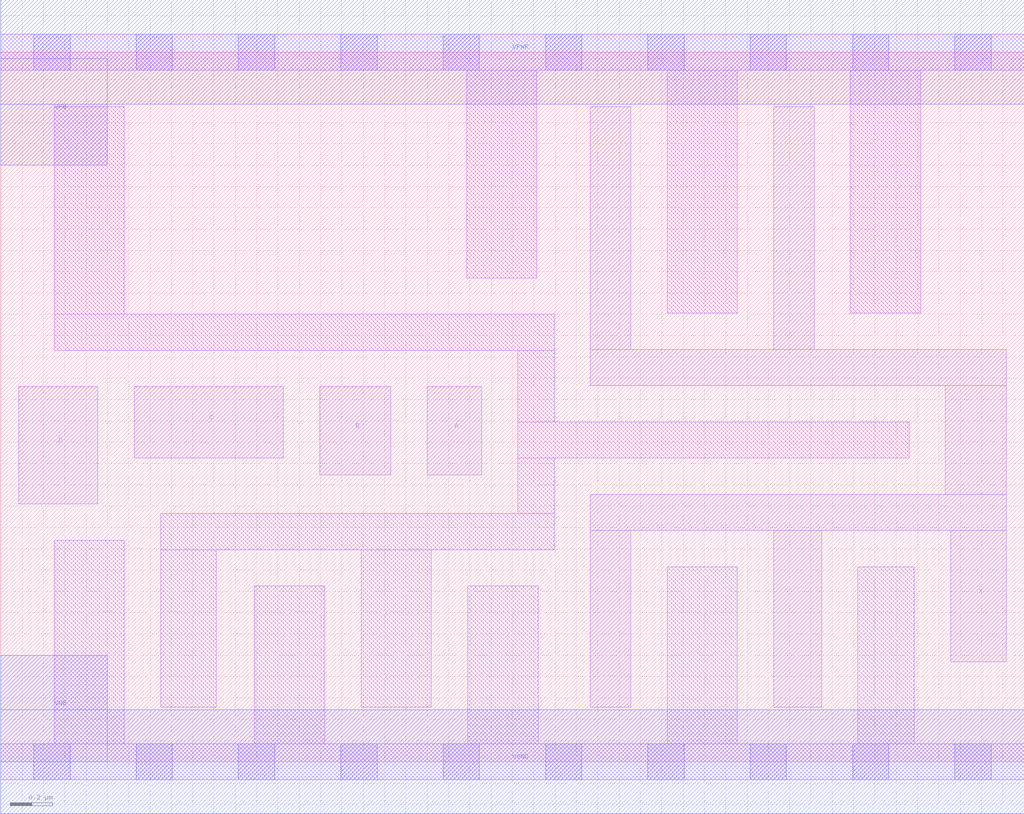
<source format=lef>
# Copyright 2020 The SkyWater PDK Authors
#
# Licensed under the Apache License, Version 2.0 (the "License");
# you may not use this file except in compliance with the License.
# You may obtain a copy of the License at
#
#     https://www.apache.org/licenses/LICENSE-2.0
#
# Unless required by applicable law or agreed to in writing, software
# distributed under the License is distributed on an "AS IS" BASIS,
# WITHOUT WARRANTIES OR CONDITIONS OF ANY KIND, either express or implied.
# See the License for the specific language governing permissions and
# limitations under the License.
#
# SPDX-License-Identifier: Apache-2.0

VERSION 5.5 ;
NAMESCASESENSITIVE ON ;
BUSBITCHARS "[]" ;
DIVIDERCHAR "/" ;
MACRO sky130_fd_sc_lp__or4_4
  CLASS CORE ;
  SOURCE USER ;
  ORIGIN  0.000000  0.000000 ;
  SIZE  4.800000 BY  3.330000 ;
  SYMMETRY X Y R90 ;
  SITE unit ;
  PIN A
    ANTENNAGATEAREA  0.315000 ;
    DIRECTION INPUT ;
    USE SIGNAL ;
    PORT
      LAYER li1 ;
        RECT 2.000000 1.345000 2.255000 1.760000 ;
    END
  END A
  PIN B
    ANTENNAGATEAREA  0.315000 ;
    DIRECTION INPUT ;
    USE SIGNAL ;
    PORT
      LAYER li1 ;
        RECT 1.495000 1.345000 1.830000 1.760000 ;
    END
  END B
  PIN C
    ANTENNAGATEAREA  0.315000 ;
    DIRECTION INPUT ;
    USE SIGNAL ;
    PORT
      LAYER li1 ;
        RECT 0.625000 1.425000 1.325000 1.760000 ;
    END
  END C
  PIN D
    ANTENNAGATEAREA  0.315000 ;
    DIRECTION INPUT ;
    USE SIGNAL ;
    PORT
      LAYER li1 ;
        RECT 0.085000 1.210000 0.455000 1.760000 ;
    END
  END D
  PIN X
    ANTENNADIFFAREA  1.176000 ;
    DIRECTION OUTPUT ;
    USE SIGNAL ;
    PORT
      LAYER li1 ;
        RECT 2.765000 0.255000 2.955000 1.085000 ;
        RECT 2.765000 1.085000 4.715000 1.255000 ;
        RECT 2.765000 1.765000 4.715000 1.935000 ;
        RECT 2.765000 1.935000 2.955000 3.075000 ;
        RECT 3.625000 0.255000 3.850000 1.085000 ;
        RECT 3.625000 1.935000 3.815000 3.075000 ;
        RECT 4.430000 1.255000 4.715000 1.765000 ;
        RECT 4.455000 0.470000 4.715000 1.085000 ;
    END
  END X
  PIN VGND
    DIRECTION INOUT ;
    USE GROUND ;
    PORT
      LAYER met1 ;
        RECT 0.000000 -0.245000 4.800000 0.245000 ;
    END
  END VGND
  PIN VNB
    DIRECTION INOUT ;
    USE GROUND ;
    PORT
      LAYER met1 ;
        RECT 0.000000 0.000000 0.500000 0.500000 ;
    END
  END VNB
  PIN VPB
    DIRECTION INOUT ;
    USE POWER ;
    PORT
      LAYER met1 ;
        RECT 0.000000 2.800000 0.500000 3.300000 ;
    END
  END VPB
  PIN VPWR
    DIRECTION INOUT ;
    USE POWER ;
    PORT
      LAYER met1 ;
        RECT 0.000000 3.085000 4.800000 3.575000 ;
    END
  END VPWR
  OBS
    LAYER li1 ;
      RECT 0.000000 -0.085000 4.800000 0.085000 ;
      RECT 0.000000  3.245000 4.800000 3.415000 ;
      RECT 0.250000  0.085000 0.580000 1.040000 ;
      RECT 0.250000  1.930000 2.595000 2.100000 ;
      RECT 0.250000  2.100000 0.580000 3.075000 ;
      RECT 0.750000  0.255000 1.010000 0.995000 ;
      RECT 0.750000  0.995000 2.595000 1.165000 ;
      RECT 1.190000  0.085000 1.520000 0.825000 ;
      RECT 1.690000  0.255000 2.020000 0.995000 ;
      RECT 2.185000  2.270000 2.515000 3.245000 ;
      RECT 2.190000  0.085000 2.520000 0.825000 ;
      RECT 2.425000  1.165000 2.595000 1.425000 ;
      RECT 2.425000  1.425000 4.260000 1.595000 ;
      RECT 2.425000  1.595000 2.595000 1.930000 ;
      RECT 3.125000  0.085000 3.455000 0.915000 ;
      RECT 3.125000  2.105000 3.455000 3.245000 ;
      RECT 3.985000  2.105000 4.315000 3.245000 ;
      RECT 4.020000  0.085000 4.285000 0.915000 ;
    LAYER mcon ;
      RECT 0.155000 -0.085000 0.325000 0.085000 ;
      RECT 0.155000  3.245000 0.325000 3.415000 ;
      RECT 0.635000 -0.085000 0.805000 0.085000 ;
      RECT 0.635000  3.245000 0.805000 3.415000 ;
      RECT 1.115000 -0.085000 1.285000 0.085000 ;
      RECT 1.115000  3.245000 1.285000 3.415000 ;
      RECT 1.595000 -0.085000 1.765000 0.085000 ;
      RECT 1.595000  3.245000 1.765000 3.415000 ;
      RECT 2.075000 -0.085000 2.245000 0.085000 ;
      RECT 2.075000  3.245000 2.245000 3.415000 ;
      RECT 2.555000 -0.085000 2.725000 0.085000 ;
      RECT 2.555000  3.245000 2.725000 3.415000 ;
      RECT 3.035000 -0.085000 3.205000 0.085000 ;
      RECT 3.035000  3.245000 3.205000 3.415000 ;
      RECT 3.515000 -0.085000 3.685000 0.085000 ;
      RECT 3.515000  3.245000 3.685000 3.415000 ;
      RECT 3.995000 -0.085000 4.165000 0.085000 ;
      RECT 3.995000  3.245000 4.165000 3.415000 ;
      RECT 4.475000 -0.085000 4.645000 0.085000 ;
      RECT 4.475000  3.245000 4.645000 3.415000 ;
  END
END sky130_fd_sc_lp__or4_4
END LIBRARY

</source>
